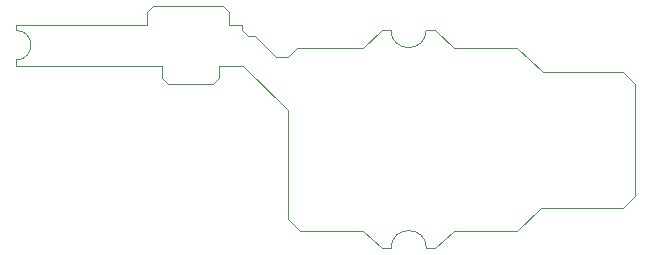
<source format=gm1>
%TF.GenerationSoftware,KiCad,Pcbnew,(6.0.1)*%
%TF.CreationDate,2022-03-10T09:00:32-07:00*%
%TF.ProjectId,MShaw_PICO_Edition_4gbNandExtensionQSB_V2.6,4d536861-775f-4504-9943-4f5f45646974,rev?*%
%TF.SameCoordinates,Original*%
%TF.FileFunction,Profile,NP*%
%FSLAX46Y46*%
G04 Gerber Fmt 4.6, Leading zero omitted, Abs format (unit mm)*
G04 Created by KiCad (PCBNEW (6.0.1)) date 2022-03-10 09:00:32*
%MOMM*%
%LPD*%
G01*
G04 APERTURE LIST*
%TA.AperFunction,Profile*%
%ADD10C,0.100000*%
%TD*%
G04 APERTURE END LIST*
D10*
X142110000Y-96550000D02*
X142760000Y-96550000D01*
X141610000Y-95550000D02*
X141610000Y-96050000D01*
X154240000Y-96000000D02*
X153490000Y-96000000D01*
X145510000Y-112000000D02*
X145510000Y-102800000D01*
X151890000Y-113000000D02*
X153500000Y-114500000D01*
X146510000Y-113000000D02*
X151890000Y-113000000D01*
X145510000Y-98300000D02*
X145760000Y-98050000D01*
X144510000Y-98300000D02*
X145510000Y-98300000D01*
X173910000Y-99550000D02*
X174910000Y-100550000D01*
X159600000Y-97500000D02*
X157990000Y-96000000D01*
X159610000Y-113000000D02*
X164950000Y-113000000D01*
X151880000Y-97500000D02*
X146310000Y-97500000D01*
X167150000Y-99550000D02*
X173910000Y-99550000D01*
X139700000Y-100100000D02*
X139200000Y-100600000D01*
X158000000Y-114500000D02*
X159610000Y-113000000D01*
X172410000Y-111050000D02*
X173910000Y-111050000D01*
X134100000Y-94000000D02*
X140050000Y-94000000D01*
X145510000Y-112000000D02*
X146510000Y-113000000D01*
X139200000Y-100600000D02*
X135375000Y-100600000D01*
X140550000Y-94500000D02*
X140550000Y-95550000D01*
X153500000Y-114500000D02*
X154250000Y-114500000D01*
X133600000Y-94500000D02*
X134100000Y-94000000D01*
X153490000Y-96000000D02*
X151880000Y-97500000D01*
X134875000Y-100100000D02*
X135375000Y-100600000D01*
X159600000Y-97500000D02*
X164950000Y-97500000D01*
X140550000Y-94500000D02*
X140050000Y-94000000D01*
X142760000Y-96550000D02*
X144510000Y-98300000D01*
X134875000Y-100100000D02*
X134875000Y-99050000D01*
X167150000Y-99550000D02*
X164950000Y-97500000D01*
X141760000Y-99050000D02*
X145510000Y-102800000D01*
X140550000Y-95550000D02*
X141610000Y-95550000D01*
X154240000Y-96000000D02*
G75*
G03*
X157240000Y-96000000I1500000J0D01*
G01*
X145760000Y-98050000D02*
X146310000Y-97500000D01*
X141610000Y-96050000D02*
X142110000Y-96550000D01*
X139700000Y-99050000D02*
X141760000Y-99050000D01*
X166950000Y-111050000D02*
X172410000Y-111050000D01*
X139700000Y-99050000D02*
X139700000Y-100100000D01*
X164950000Y-113000000D02*
X166950000Y-111050000D01*
X122510000Y-95550000D02*
X133600000Y-95550000D01*
X122510000Y-98550000D02*
G75*
G03*
X122510000Y-96050000I0J1250000D01*
G01*
X133600000Y-95550000D02*
X133600000Y-94500000D01*
X174910000Y-100550000D02*
X174910000Y-110050000D01*
X173910000Y-111050000D02*
X174910000Y-110050000D01*
X157240000Y-96000000D02*
X157990000Y-96000000D01*
X122510000Y-96050000D02*
X122510000Y-95550000D01*
X157250000Y-114500000D02*
G75*
G03*
X154250000Y-114500000I-1500000J0D01*
G01*
X157250000Y-114500000D02*
X158000000Y-114500000D01*
X122510000Y-99050000D02*
X134875000Y-99050000D01*
X122510000Y-98550000D02*
X122510000Y-99050000D01*
M02*

</source>
